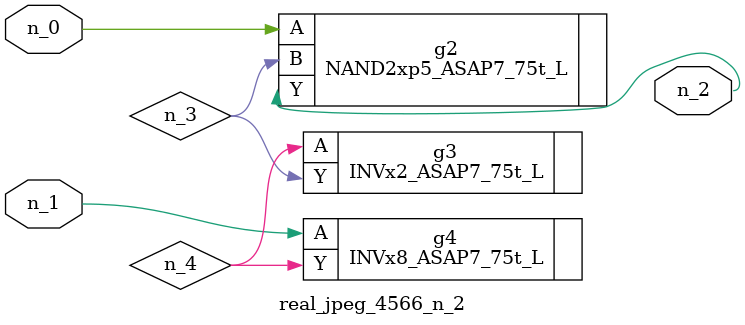
<source format=v>
module real_jpeg_4566_n_2 (n_1, n_0, n_2);

input n_1;
input n_0;

output n_2;

wire n_4;
wire n_3;

NAND2xp5_ASAP7_75t_L g2 ( 
.A(n_0),
.B(n_3),
.Y(n_2)
);

INVx8_ASAP7_75t_L g4 ( 
.A(n_1),
.Y(n_4)
);

INVx2_ASAP7_75t_L g3 ( 
.A(n_4),
.Y(n_3)
);


endmodule
</source>
